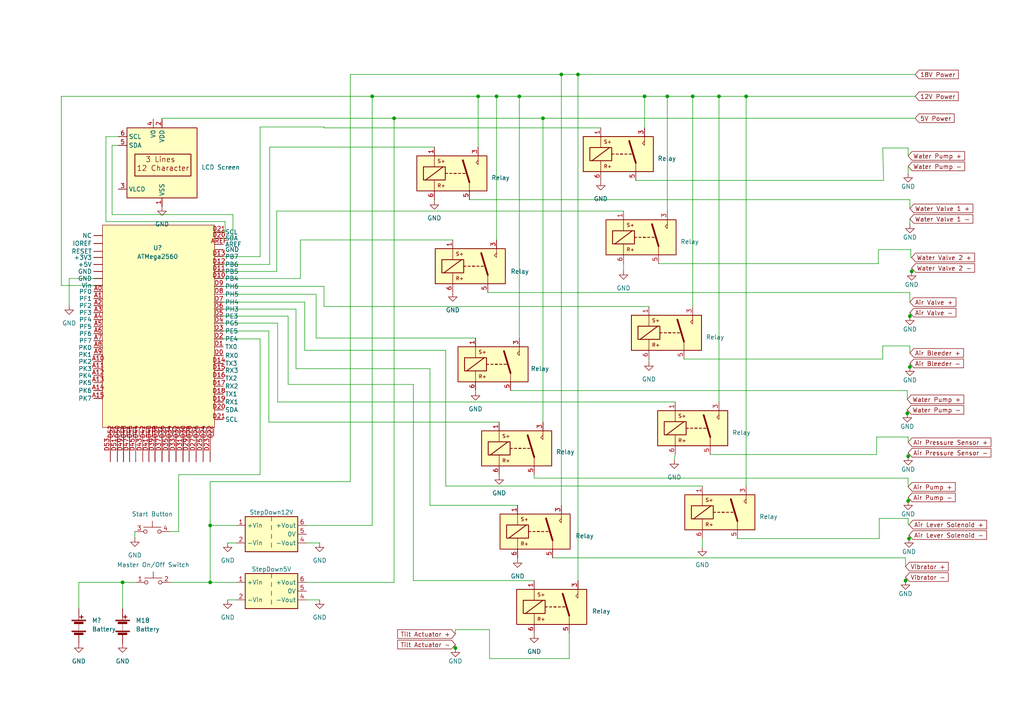
<source format=kicad_sch>
(kicad_sch (version 20211123) (generator eeschema)
  (paper "A4")
  (lib_symbols
    (symbol "Converter_DCDC:IH2409SH"
      (property "Reference" "PS" (at -7.62 6.35 0))
      (property "Value" "IH2409SH" (at 1.27 6.35 0))
      (symbol "IH2409SH_0_0"
        (pin power_in line (at -10.16 2.54 0) (length 2.54) (name "+Vin") (number "1"))
        (pin power_in line (at -10.16 -2.54 0) (length 2.54) (name "-Vin") (number "2"))
        (pin power_out line (at 10.16 -2.54 180) (length 2.54) (name "-Vout") (number "4"))
        (pin power_out line (at 10.16 0 180) (length 2.54) (name "0V") (number "5"))
        (pin power_out line (at 10.16 2.54 180) (length 2.54) (name "+Vout") (number "6"))
      )
      (symbol "IH2409SH_0_1"
        (rectangle (start -7.62 5.08) (end 7.62 -5.08) (stroke (width 0.254)) (fill (type background)))
        (polyline (pts (xy 0 -2.54) (xy 0 -3.81)))
        (polyline (pts (xy 0 0) (xy 0 -1.27)))
        (polyline (pts (xy 0 2.54) (xy 0 1.27)))
        (polyline (pts (xy 0 5.08) (xy 0 3.81)))
      )
    )
    (symbol "Device:Battery" (pin_numbers hide) (pin_names (offset 0) hide)
      (property "Reference" "BT" (at 2.54 2.54 0))
      (property "Value" "Battery" (at 2.54 0 0))
      (symbol "Battery_0_1"
        (rectangle (start -2.032 -1.397) (end 2.032 -1.651) (fill (type outline)))
        (rectangle (start -2.032 1.778) (end 2.032 1.524) (fill (type outline)))
        (rectangle (start -1.3208 -1.9812) (end 1.27 -2.4892) (fill (type outline)))
        (rectangle (start -1.3208 1.1938) (end 1.27 0.6858) (fill (type outline)))
        (polyline (pts (xy 0 -1.524) (xy 0 -1.27)))
        (polyline (pts (xy 0 -1.016) (xy 0 -0.762)))
        (polyline (pts (xy 0 -0.508) (xy 0 -0.254)))
        (polyline (pts (xy 0 0) (xy 0 0.254)))
        (polyline (pts (xy 0 0.508) (xy 0 0.762)))
        (polyline (pts (xy 0 1.778) (xy 0 2.54)))
        (polyline (pts (xy 0.254 2.667) (xy 1.27 2.667)) (stroke (width 0.254)))
        (polyline (pts (xy 0.762 3.175) (xy 0.762 2.159)) (stroke (width 0.254)))
      )
      (symbol "Battery_1_1"
        (pin passive line (at 0 5.08 270) (length 2.54) (name "+") (number "1"))
        (pin passive line (at 0 -5.08 90) (length 2.54) (name "-") (number "2"))
      )
    )
    (symbol "Display_Character:EA_T123X-I2C"
      (property "Reference" "U" (at -8.89 11.43 0))
      (property "Value" "EA_T123X-I2C" (at 3.556 11.684 0))
      (symbol "EA_T123X-I2C_0_0"
        (rectangle (start -7.874 2.54) (end 8.382 -3.81) (stroke (width 0.254)))
        (text "12 Character" (at -7.366 -1.524 0) (effects (font (size 1.524 1.524)) (justify left)))
        (text "3 Lines" (at -4.826 1.016 0) (effects (font (size 1.524 1.524)) (justify left)))
      )
      (symbol "EA_T123X-I2C_0_1"
        (rectangle (start -10.16 10.16) (end 10.16 -10.16) (stroke (width 0.254)) (fill (type background)))
      )
      (symbol "EA_T123X-I2C_1_1"
        (pin power_in line (at 0 -12.7 90) (length 2.54) (name "VSS") (number "1"))
        (pin power_in line (at 0 12.7 270) (length 2.54) (name "VDD") (number "2"))
        (pin input line (at -12.7 -7.62 0) (length 2.54) (name "VLCD") (number "3"))
        (pin power_in line (at -2.54 12.7 270) (length 2.54) (name "V0") (number "4"))
        (pin bidirectional line (at -12.7 5.08 0) (length 2.54) (name "SDA") (number "5"))
        (pin input line (at -12.7 7.62 0) (length 2.54) (name "SCL") (number "6"))
      )
    )
    (symbol "ECEN4024SAM:ATMega2560"
      (property "Reference" "U" (at 1.27 -26.67 0))
      (property "Value" "ATMega2560" (at -4.572 6.096 0))
      (symbol "ATMega2560_0_0"
        (text "" (at 9.652 -30.734 0) (effects (font (size 1.27 1.27))))
      )
      (symbol "ATMega2560_0_1"
        (rectangle (start -23.622 4.064) (end 8.89 -54.61) (fill (type background)))
      )
      (symbol "ATMega2560_1_1"
        (pin bidirectional line (at -23.622 -5.334 180) (length 2.54) (name "+3V3") (number ""))
        (pin bidirectional line (at -23.622 -7.366 180) (length 2.54) (name "+5V") (number ""))
        (pin bidirectional line (at -23.622 -11.43 180) (length 2.54) (name "GND") (number ""))
        (pin bidirectional line (at -23.622 -9.398 180) (length 2.54) (name "GND") (number ""))
        (pin bidirectional line (at 8.89 -3.048 0) (length 2.54) (name "GND") (number ""))
        (pin bidirectional line (at -23.622 -1.27 180) (length 2.54) (name "IOREF") (number ""))
        (pin bidirectional line (at -23.622 1.016 180) (length 2.54) (name "NC") (number ""))
        (pin bidirectional line (at -23.622 -3.556 180) (length 2.54) (name "RESET") (number ""))
        (pin bidirectional line (at -23.622 -13.462 180) (length 2.54) (name "Vin") (number ""))
        (pin bidirectional line (at -23.622 -15.24 180) (length 2.54) (name "PF0") (number "A0"))
        (pin bidirectional line (at -23.622 -17.272 180) (length 2.54) (name "PF1") (number "A1"))
        (pin bidirectional line (at -23.622 -35.56 180) (length 2.54) (name "PK2") (number "A10"))
        (pin bidirectional line (at -23.622 -37.592 180) (length 2.54) (name "PK3") (number "A11"))
        (pin bidirectional line (at -23.622 -39.624 180) (length 2.54) (name "PK4") (number "A12"))
        (pin bidirectional line (at -23.622 -41.656 180) (length 2.54) (name "PK5") (number "A13"))
        (pin bidirectional line (at -23.622 -43.942 180) (length 2.54) (name "PK6") (number "A14"))
        (pin bidirectional line (at -23.622 -46.228 180) (length 2.54) (name "PK7") (number "A15"))
        (pin bidirectional line (at -23.622 -19.304 180) (length 2.54) (name "PF2") (number "A2"))
        (pin bidirectional line (at -23.622 -21.336 180) (length 2.54) (name "PF3") (number "A3"))
        (pin bidirectional line (at -23.622 -23.368 180) (length 2.54) (name "PF4") (number "A4"))
        (pin bidirectional line (at -23.622 -25.4 180) (length 2.54) (name "PF5") (number "A5"))
        (pin bidirectional line (at -23.622 -27.432 180) (length 2.54) (name "PF6") (number "A6"))
        (pin bidirectional line (at -23.622 -29.464 180) (length 2.54) (name "PF7") (number "A7"))
        (pin bidirectional line (at -23.622 -31.496 180) (length 2.54) (name "PK0") (number "A8"))
        (pin bidirectional line (at -23.622 -33.528 180) (length 2.54) (name "PK1") (number "A9"))
        (pin bidirectional line (at 8.89 -1.524 0) (length 2.54) (name "AREF") (number "AREF"))
        (pin bidirectional line (at 8.89 -33.782 0) (length 2.54) (name "RX0") (number "D0"))
        (pin bidirectional line (at 8.89 -31.242 0) (length 2.54) (name "TX0") (number "D1"))
        (pin bidirectional line (at 8.89 -11.43 0) (length 2.54) (name "PB4") (number "D10"))
        (pin bidirectional line (at 8.89 -9.398 0) (length 2.54) (name "PB5") (number "D11"))
        (pin bidirectional line (at 8.89 -7.366 0) (length 2.54) (name "PB6") (number "D12"))
        (pin bidirectional line (at 8.89 -5.08 0) (length 2.54) (name "PB7") (number "D13"))
        (pin bidirectional line (at 8.89 -36.068 0) (length 2.54) (name "TX3") (number "D14"))
        (pin bidirectional line (at 8.89 -38.1 0) (length 2.54) (name "RX3") (number "D15"))
        (pin bidirectional line (at 8.89 -40.386 0) (length 2.54) (name "TX2") (number "D16"))
        (pin bidirectional line (at 8.89 -42.672 0) (length 2.54) (name "RX2") (number "D17"))
        (pin bidirectional line (at 8.89 -44.958 0) (length 2.54) (name "TX1") (number "D18"))
        (pin bidirectional line (at 8.89 -47.244 0) (length 2.54) (name "RX1") (number "D19"))
        (pin bidirectional line (at 8.89 -28.956 0) (length 2.54) (name "PE4") (number "D2"))
        (pin bidirectional line (at 8.89 -49.53 0) (length 2.54) (name "SDA") (number "D20"))
        (pin bidirectional line (at 8.89 0.254 0) (length 2.54) (name "SDA") (number "D20"))
        (pin bidirectional line (at 8.89 -52.324 0) (length 2.54) (name "SCL") (number "D21"))
        (pin bidirectional line (at 8.89 2.032 0) (length 2.54) (name "SCL") (number "D21"))
        (pin bidirectional line (at 8.636 -54.61 270) (length 2.54) (name "") (number "D22"))
        (pin bidirectional line (at 7.62 -54.61 270) (length 10) (name "") (number "D23"))
        (pin bidirectional line (at 6.604 -54.61 270) (length 2.54) (name "") (number "D24"))
        (pin bidirectional line (at 5.588 -54.61 270) (length 10) (name "") (number "D25"))
        (pin bidirectional line (at 4.572 -54.61 270) (length 2.54) (name "") (number "D26"))
        (pin bidirectional line (at 3.556 -54.61 270) (length 10) (name "") (number "D27"))
        (pin bidirectional line (at 2.54 -54.61 270) (length 2.54) (name "") (number "D28"))
        (pin bidirectional line (at 1.524 -54.61 270) (length 10) (name "") (number "D29"))
        (pin bidirectional line (at 8.89 -26.67 0) (length 2.54) (name "PE5") (number "D3"))
        (pin bidirectional line (at 0.762 -54.61 270) (length 2.54) (name "") (number "D30"))
        (pin bidirectional line (at -0.254 -54.61 270) (length 10) (name "") (number "D31"))
        (pin bidirectional line (at -1.27 -54.61 270) (length 2.54) (name "") (number "D32"))
        (pin bidirectional line (at -2.286 -54.61 270) (length 10) (name "") (number "D33"))
        (pin bidirectional line (at -3.302 -54.61 270) (length 2.54) (name "") (number "D34"))
        (pin bidirectional line (at -4.318 -54.61 270) (length 10) (name "") (number "D35"))
        (pin bidirectional line (at -5.334 -54.61 270) (length 2.54) (name "") (number "D36"))
        (pin bidirectional line (at -6.35 -54.61 270) (length 10) (name "") (number "D37"))
        (pin bidirectional line (at -7.366 -54.61 270) (length 2.54) (name "") (number "D38"))
        (pin bidirectional line (at -8.382 -54.61 270) (length 10) (name "") (number "D39"))
        (pin bidirectional line (at 8.89 -24.384 0) (length 2.54) (name "PG5") (number "D4"))
        (pin bidirectional line (at -9.144 -54.61 270) (length 2.54) (name "") (number "D40"))
        (pin bidirectional line (at -10.16 -54.61 270) (length 10) (name "") (number "D41"))
        (pin bidirectional line (at -10.922 -54.61 270) (length 2.54) (name "") (number "D42"))
        (pin bidirectional line (at -11.938 -54.61 270) (length 10) (name "") (number "D43"))
        (pin bidirectional line (at -12.954 -54.61 270) (length 2.54) (name "") (number "D44"))
        (pin bidirectional line (at -13.97 -54.61 270) (length 10) (name "") (number "D45"))
        (pin bidirectional line (at -14.732 -54.61 270) (length 2.54) (name "") (number "D46"))
        (pin bidirectional line (at -15.748 -54.61 270) (length 10) (name "") (number "D47"))
        (pin bidirectional line (at -16.51 -54.61 270) (length 2.54) (name "") (number "D48"))
        (pin bidirectional line (at -17.526 -54.61 270) (length 10) (name "") (number "D49"))
        (pin bidirectional line (at 8.89 -22.352 0) (length 2.54) (name "PE3") (number "D5"))
        (pin bidirectional line (at -18.288 -54.61 270) (length 2.54) (name "") (number "D50"))
        (pin bidirectional line (at -19.304 -54.61 270) (length 10) (name "") (number "D51"))
        (pin bidirectional line (at -20.32 -54.61 270) (length 2.54) (name "") (number "D52"))
        (pin bidirectional line (at -21.336 -54.61 270) (length 10) (name "") (number "D53"))
        (pin bidirectional line (at 8.89 -20.32 0) (length 2.54) (name "PH3") (number "D6"))
        (pin bidirectional line (at 8.89 -18.288 0) (length 2.54) (name "PH4") (number "D7"))
        (pin bidirectional line (at 8.89 -16.002 0) (length 2.54) (name "PH5") (number "D8"))
        (pin bidirectional line (at 8.89 -13.716 0) (length 2.54) (name "PH6") (number "D9"))
      )
    )
    (symbol "Relay:ADW11"
      (property "Reference" "K" (at 11.43 3.81 0))
      (property "Value" "ADW11" (at 13.97 1.27 0))
      (symbol "ADW11_1_1"
        (rectangle (start -10.16 5.08) (end 10.16 -5.08) (stroke (width 0.254)) (fill (type background)))
        (rectangle (start -8.255 1.905) (end -1.905 -1.905) (stroke (width 0.254)))
        (polyline (pts (xy -7.62 -1.905) (xy -2.54 1.905)) (stroke (width 0.254)))
        (polyline (pts (xy -5.08 -5.08) (xy -5.08 -1.905)))
        (polyline (pts (xy -5.08 5.08) (xy -5.08 1.905)))
        (polyline (pts (xy -1.905 0) (xy -1.27 0)) (stroke (width 0.254)))
        (polyline (pts (xy -0.635 0) (xy 0 0)) (stroke (width 0.254)))
        (polyline (pts (xy 0.635 0) (xy 1.27 0)) (stroke (width 0.254)))
        (polyline (pts (xy 0.635 0) (xy 1.27 0)) (stroke (width 0.254)))
        (polyline (pts (xy 1.905 0) (xy 2.54 0)) (stroke (width 0.254)))
        (polyline (pts (xy 3.175 0) (xy 3.81 0)) (stroke (width 0.254)))
        (polyline (pts (xy 5.08 -2.54) (xy 3.175 3.81)) (stroke (width 0.508)))
        (polyline (pts (xy 5.08 -2.54) (xy 5.08 -5.08)))
        (polyline (pts (xy 7.62 3.81) (xy 7.62 5.08)))
        (polyline (pts (xy 7.62 3.81) (xy 7.62 2.54) (xy 6.985 3.175) (xy 7.62 3.81)))
        (text "R+" (at -3.048 -3.556 0) (effects (font (size 1.016 1.016))))
        (text "S+" (at -3.048 3.556 0) (effects (font (size 1.016 1.016))))
        (pin passive line (at -5.08 7.62 270) (length 2.54) (name "~") (number "1"))
        (pin passive line (at 7.62 7.62 270) (length 2.54) (name "~") (number "3"))
        (pin passive line (at 5.08 -7.62 90) (length 2.54) (name "~") (number "5"))
        (pin passive line (at -5.08 -7.62 90) (length 2.54) (name "~") (number "6"))
      )
    )
    (symbol "Switch:SW_Push_Dual_x2" (pin_names (offset 1.016) hide)
      (property "Reference" "SW" (at 1.27 2.54 0))
      (property "Value" "SW_Push_Dual_x2" (at 0 -1.524 0))
      (symbol "SW_Push_Dual_x2_0_1"
        (circle (center -2.032 0) (radius 0.508))
        (polyline (pts (xy 0 1.27) (xy 0 3.048)))
        (polyline (pts (xy 2.54 1.27) (xy -2.54 1.27)))
        (circle (center 2.032 0) (radius 0.508))
      )
      (symbol "SW_Push_Dual_x2_1_1"
        (pin passive line (at -5.08 0 0) (length 2.54) (name "C") (number "1"))
        (pin passive line (at 5.08 0 180) (length 2.54) (name "D") (number "2"))
      )
      (symbol "SW_Push_Dual_x2_2_1"
        (pin passive line (at -5.08 0 0) (length 2.54) (name "C") (number "3"))
        (pin passive line (at 5.08 0 180) (length 2.54) (name "D") (number "4"))
      )
    )
    (symbol "power:GND" (power) (pin_names (offset 0))
      (property "Value" "GND" (at 0 -3.81 0))
      (symbol "GND_0_1"
        (polyline (pts (xy 0 0) (xy 0 -1.27) (xy 1.27 -1.27) (xy 0 -2.54) (xy -1.27 -1.27) (xy 0 -1.27)))
      )
      (symbol "GND_1_1"
        (pin power_in line (at 0 0 270) (length 0) hide (name "GND") (number "1"))
      )
    )
  )
  (junction (at 114.3 34.29))
  (junction (at 107.95 27.94))
  (junction (at 208.534 27.94))
  (junction (at 60.96 168.91))
  (junction (at 150.622 27.94))
  (junction (at 262.636 168.402))
  (junction (at 193.548 27.94))
  (junction (at 35.56 168.91))
  (junction (at 186.944 27.94))
  (junction (at 216.408 27.94))
  (junction (at 200.914 27.94))
  (junction (at 263.906 106.426))
  (junction (at 263.906 91.694))
  (junction (at 263.652 156.21))
  (junction (at 264.414 78.74))
  (junction (at 167.64 21.59))
  (junction (at 60.96 152.4))
  (junction (at 263.144 119.888))
  (junction (at 138.684 27.94))
  (junction (at 162.814 21.59))
  (junction (at 132.08 187.96))
  (junction (at 263.398 145.288))
  (junction (at 157.48 34.29))
  (junction (at 263.398 132.334))
  (junction (at 144.018 27.94))
  (wire (pts (xy 34.29 39.624) (xy 30.734 39.624)))
  (wire (pts (xy 77.978 96.012) (xy 62.23 96.012)))
  (wire (pts (xy 200.914 27.94) (xy 208.534 27.94)))
  (wire (pts (xy 107.95 27.94) (xy 138.684 27.94)))
  (wire (pts (xy 88.392 87.63) (xy 62.23 87.63)))
  (wire (pts (xy 263.398 152.146) (xy 263.652 152.146)))
  (wire (pts (xy 78.232 42.672) (xy 78.232 76.708)))
  (wire (pts (xy 256.032 42.926) (xy 263.398 42.926)))
  (wire (pts (xy 60.96 152.4) (xy 60.96 168.91)))
  (wire (pts (xy 144.018 27.94) (xy 150.622 27.94)))
  (wire (pts (xy 144.018 27.94) (xy 144.018 69.596)))
  (wire (pts (xy 263.398 138.684) (xy 263.398 141.224)))
  (wire (pts (xy 160.274 161.798) (xy 262.636 161.798)))
  (wire (pts (xy 91.694 85.344) (xy 62.23 85.344)))
  (wire (pts (xy 51.816 154.178) (xy 49.276 154.178)))
  (wire (pts (xy 254.254 126.746) (xy 263.398 126.746)))
  (wire (pts (xy 188.214 104.14) (xy 188.214 104.902)))
  (wire (pts (xy 93.98 36.83) (xy 93.98 37.084)))
  (wire (pts (xy 262.636 161.798) (xy 262.636 164.338)))
  (wire (pts (xy 67.564 62.23) (xy 32.512 62.23)))
  (wire (pts (xy 256.286 52.324) (xy 256.032 42.926)))
  (wire (pts (xy 263.906 106.426) (xy 263.906 106.68)))
  (wire (pts (xy 101.6 139.7) (xy 101.6 21.59)))
  (wire (pts (xy 62.23 89.662) (xy 85.852 89.662)))
  (wire (pts (xy 35.56 168.91) (xy 39.37 168.91)))
  (wire (pts (xy 157.48 34.29) (xy 157.48 122.428)))
  (wire (pts (xy 154.94 138.684) (xy 263.398 138.684)))
  (wire (pts (xy 132.08 182.626) (xy 132.08 183.896)))
  (wire (pts (xy 83.566 111.506) (xy 83.566 91.694)))
  (wire (pts (xy 188.214 88.9) (xy 93.98 88.9)))
  (wire (pts (xy 78.232 42.672) (xy 125.984 42.672)))
  (wire (pts (xy 17.78 27.94) (xy 17.78 82.804)))
  (wire (pts (xy 256.032 104.14) (xy 256.032 100.33)))
  (wire (pts (xy 150.622 27.94) (xy 186.944 27.94)))
  (wire (pts (xy 136.144 57.912) (xy 263.906 57.912)))
  (wire (pts (xy 30.734 39.624) (xy 30.734 64.262)))
  (wire (pts (xy 198.374 104.14) (xy 256.032 104.14)))
  (wire (pts (xy 62.23 93.726) (xy 80.518 93.726)))
  (wire (pts (xy 114.3 34.29) (xy 157.48 34.29)))
  (wire (pts (xy 254.762 76.454) (xy 254.762 72.39)))
  (wire (pts (xy 174.244 37.084) (xy 93.98 37.084)))
  (wire (pts (xy 150.622 98.044) (xy 150.622 27.94)))
  (wire (pts (xy 263.906 90.678) (xy 263.906 91.694)))
  (wire (pts (xy 263.398 48.26) (xy 263.398 50.292)))
  (wire (pts (xy 29.718 82.804) (xy 17.78 82.804)))
  (wire (pts (xy 75.438 36.83) (xy 93.98 36.83)))
  (wire (pts (xy 154.94 138.684) (xy 154.94 137.668)))
  (wire (pts (xy 263.398 42.926) (xy 263.398 45.212)))
  (wire (pts (xy 165.1 191.008) (xy 141.986 191.008)))
  (wire (pts (xy 88.9 173.99) (xy 92.71 173.99)))
  (wire (pts (xy 213.868 156.21) (xy 255.016 156.21)))
  (wire (pts (xy 138.684 27.94) (xy 144.018 27.94)))
  (wire (pts (xy 165.1 183.642) (xy 165.1 191.008)))
  (wire (pts (xy 119.888 168.402) (xy 119.888 111.506)))
  (wire (pts (xy 78.232 76.708) (xy 62.23 76.708)))
  (wire (pts (xy 83.566 91.694) (xy 62.23 91.694)))
  (wire (pts (xy 263.906 100.33) (xy 263.906 102.362)))
  (wire (pts (xy 132.08 186.944) (xy 132.08 187.96)))
  (wire (pts (xy 132.08 187.96) (xy 132.08 188.214)))
  (wire (pts (xy 22.86 168.91) (xy 35.56 168.91)))
  (wire (pts (xy 138.684 27.94) (xy 138.684 42.672)))
  (wire (pts (xy 263.144 113.284) (xy 263.144 115.824)))
  (wire (pts (xy 205.994 131.826) (xy 254.254 131.826)))
  (wire (pts (xy 66.04 173.99) (xy 68.58 173.99)))
  (wire (pts (xy 154.94 183.642) (xy 154.94 183.896)))
  (wire (pts (xy 180.848 76.454) (xy 180.848 78.486)))
  (wire (pts (xy 263.906 63.5) (xy 263.906 65.024)))
  (wire (pts (xy 263.398 145.288) (xy 263.398 145.542)))
  (wire (pts (xy 62.23 83.058) (xy 93.98 83.058)))
  (wire (pts (xy 263.398 131.318) (xy 263.398 132.334)))
  (wire (pts (xy 193.548 27.94) (xy 193.548 61.214)))
  (wire (pts (xy 154.94 168.402) (xy 119.888 168.402)))
  (wire (pts (xy 186.944 27.94) (xy 186.944 37.084)))
  (wire (pts (xy 255.016 150.368) (xy 263.398 150.368)))
  (wire (pts (xy 255.016 156.21) (xy 255.016 150.368)))
  (wire (pts (xy 80.518 93.726) (xy 80.518 116.586)))
  (wire (pts (xy 254.254 131.826) (xy 254.254 126.746)))
  (wire (pts (xy 263.398 126.746) (xy 263.398 128.27)))
  (wire (pts (xy 141.986 182.626) (xy 132.08 182.626)))
  (wire (pts (xy 254.762 72.39) (xy 264.16 72.39)))
  (wire (pts (xy 125.984 57.912) (xy 125.984 58.166)))
  (wire (pts (xy 216.408 27.94) (xy 265.43 27.94)))
  (wire (pts (xy 87.122 80.772) (xy 87.122 69.596)))
  (wire (pts (xy 150.114 161.798) (xy 150.114 162.052)))
  (wire (pts (xy 184.404 52.324) (xy 256.286 52.324)))
  (wire (pts (xy 88.9 168.91) (xy 114.3 168.91)))
  (wire (pts (xy 101.6 21.59) (xy 162.814 21.59)))
  (wire (pts (xy 256.032 100.33) (xy 263.906 100.33)))
  (wire (pts (xy 87.122 69.596) (xy 131.318 69.596)))
  (wire (pts (xy 263.652 155.194) (xy 263.652 156.21)))
  (wire (pts (xy 88.9 157.48) (xy 92.71 157.48)))
  (wire (pts (xy 264.414 78.74) (xy 264.414 78.994)))
  (wire (pts (xy 62.23 80.772) (xy 87.122 80.772)))
  (wire (pts (xy 114.3 34.29) (xy 46.99 34.29)))
  (wire (pts (xy 91.694 98.044) (xy 91.694 85.344)))
  (wire (pts (xy 167.64 21.59) (xy 167.64 168.402)))
  (wire (pts (xy 62.23 67.31) (xy 65.278 67.31)))
  (wire (pts (xy 62.23 98.298) (xy 75.438 98.298)))
  (wire (pts (xy 263.906 91.694) (xy 263.906 91.948)))
  (wire (pts (xy 129.286 140.97) (xy 129.286 101.6)))
  (wire (pts (xy 68.58 152.4) (xy 60.96 152.4)))
  (wire (pts (xy 39.116 154.178) (xy 39.116 155.956)))
  (wire (pts (xy 107.95 27.94) (xy 17.78 27.94)))
  (wire (pts (xy 83.566 111.506) (xy 119.888 111.506)))
  (wire (pts (xy 60.96 139.7) (xy 101.6 139.7)))
  (wire (pts (xy 191.008 76.454) (xy 254.762 76.454)))
  (wire (pts (xy 193.548 27.94) (xy 200.914 27.94)))
  (wire (pts (xy 77.978 122.428) (xy 144.78 122.428)))
  (wire (pts (xy 77.978 122.428) (xy 77.978 96.012)))
  (wire (pts (xy 208.534 27.94) (xy 208.534 116.586)))
  (wire (pts (xy 85.852 106.934) (xy 124.714 106.934)))
  (wire (pts (xy 80.264 61.214) (xy 180.848 61.214)))
  (wire (pts (xy 32.512 62.23) (xy 32.512 42.164)))
  (wire (pts (xy 200.914 88.9) (xy 200.914 27.94)))
  (wire (pts (xy 62.23 69.088) (xy 67.564 69.088)))
  (wire (pts (xy 91.694 98.044) (xy 137.922 98.044)))
  (wire (pts (xy 263.906 105.41) (xy 263.906 106.426)))
  (wire (pts (xy 263.906 57.912) (xy 263.906 60.452)))
  (wire (pts (xy 51.816 137.668) (xy 51.816 154.178)))
  (wire (pts (xy 264.16 72.39) (xy 264.16 74.676)))
  (wire (pts (xy 208.534 27.94) (xy 216.408 27.94)))
  (wire (pts (xy 186.944 27.94) (xy 193.548 27.94)))
  (wire (pts (xy 141.478 84.836) (xy 263.906 84.836)))
  (wire (pts (xy 35.56 176.53) (xy 35.56 168.91)))
  (wire (pts (xy 262.636 168.402) (xy 262.636 168.656)))
  (wire (pts (xy 203.708 156.21) (xy 203.708 158.75)))
  (wire (pts (xy 263.398 144.272) (xy 263.398 145.288)))
  (wire (pts (xy 22.86 176.53) (xy 22.86 168.91)))
  (wire (pts (xy 46.99 34.29) (xy 46.99 34.544)))
  (wire (pts (xy 162.814 21.59) (xy 162.814 146.558)))
  (wire (pts (xy 263.652 156.21) (xy 263.652 156.464)))
  (wire (pts (xy 88.9 152.4) (xy 107.95 152.4)))
  (wire (pts (xy 174.244 52.324) (xy 174.244 52.578)))
  (wire (pts (xy 32.512 42.164) (xy 34.29 42.164)))
  (wire (pts (xy 162.814 21.59) (xy 167.64 21.59)))
  (wire (pts (xy 75.438 74.422) (xy 75.438 36.83)))
  (wire (pts (xy 68.58 157.48) (xy 66.04 157.48)))
  (wire (pts (xy 148.082 113.284) (xy 263.144 113.284)))
  (wire (pts (xy 75.438 98.298) (xy 75.438 137.668)))
  (wire (pts (xy 141.986 191.008) (xy 141.986 182.626)))
  (wire (pts (xy 216.408 27.94) (xy 216.408 140.97)))
  (wire (pts (xy 20.066 80.772) (xy 20.066 88.646)))
  (wire (pts (xy 29.718 80.772) (xy 20.066 80.772)))
  (wire (pts (xy 262.636 167.386) (xy 262.636 168.402)))
  (wire (pts (xy 49.53 168.91) (xy 60.96 168.91)))
  (wire (pts (xy 65.278 64.262) (xy 65.278 67.31)))
  (wire (pts (xy 62.23 78.74) (xy 80.264 78.74)))
  (wire (pts (xy 75.438 137.668) (xy 51.816 137.668)))
  (wire (pts (xy 60.96 152.4) (xy 60.96 139.7)))
  (wire (pts (xy 263.398 132.334) (xy 263.398 132.588)))
  (wire (pts (xy 62.23 74.422) (xy 75.438 74.422)))
  (wire (pts (xy 114.3 168.91) (xy 114.3 34.29)))
  (wire (pts (xy 107.95 152.4) (xy 107.95 27.94)))
  (wire (pts (xy 263.144 119.888) (xy 263.144 120.142)))
  (wire (pts (xy 263.144 118.872) (xy 263.144 119.888)))
  (wire (pts (xy 263.398 150.368) (xy 263.398 152.146)))
  (wire (pts (xy 30.734 64.262) (xy 65.278 64.262)))
  (wire (pts (xy 67.564 69.088) (xy 67.564 62.23)))
  (wire (pts (xy 124.714 146.558) (xy 124.714 106.934)))
  (wire (pts (xy 195.834 131.826) (xy 195.58 133.35)))
  (wire (pts (xy 60.96 168.91) (xy 68.58 168.91)))
  (wire (pts (xy 144.78 137.668) (xy 144.78 137.922)))
  (wire (pts (xy 263.906 84.836) (xy 263.906 87.63)))
  (wire (pts (xy 88.392 101.6) (xy 88.392 87.63)))
  (wire (pts (xy 203.708 140.97) (xy 129.286 140.97)))
  (wire (pts (xy 88.392 101.6) (xy 129.286 101.6)))
  (wire (pts (xy 150.114 146.558) (xy 124.714 146.558)))
  (wire (pts (xy 157.48 34.29) (xy 265.43 34.29)))
  (wire (pts (xy 80.518 116.586) (xy 195.834 116.586)))
  (wire (pts (xy 93.98 83.058) (xy 93.98 88.9)))
  (wire (pts (xy 85.852 106.934) (xy 85.852 89.662)))
  (wire (pts (xy 80.264 78.74) (xy 80.264 61.214)))
  (wire (pts (xy 264.414 77.724) (xy 264.414 78.74)))
  (wire (pts (xy 264.16 74.676) (xy 264.414 74.676)))
  (wire (pts (xy 167.64 21.59) (xy 265.43 21.59)))
  (global_label "Vibrator -" (shape input) (at 262.636 167.386 0) (property "Intersheet References" "${INTERSHEET_REFS}" (effects hide)))
  (global_label "Water Valve 2 -" (shape input) (at 264.414 77.724 0) (property "Intersheet References" "${INTERSHEET_REFS}" (effects hide)))
  (global_label "Water Pump +" (shape input) (at 263.398 45.212 0) (property "Intersheet References" "${INTERSHEET_REFS}" (effects hide)))
  (global_label "Tilt Actuator -" (shape input) (at 132.08 186.944 180) (property "Intersheet References" "${INTERSHEET_REFS}" (effects hide)))
  (global_label "5V Power" (shape input) (at 265.43 34.29 0) (property "Intersheet References" "${INTERSHEET_REFS}" (effects hide)))
  (global_label "Air Bleeder +" (shape input) (at 263.906 102.362 0) (property "Intersheet References" "${INTERSHEET_REFS}" (effects hide)))
  (global_label "Water Pump +" (shape input) (at 263.144 115.824 0) (property "Intersheet References" "${INTERSHEET_REFS}" (effects hide)))
  (global_label "Water Valve 1 -" (shape input) (at 263.906 63.5 0) (property "Intersheet References" "${INTERSHEET_REFS}" (effects hide)))
  (global_label "Water Pump -" (shape input) (at 263.144 118.872 0) (property "Intersheet References" "${INTERSHEET_REFS}" (effects hide)))
  (global_label "Tilt Actuator +" (shape input) (at 132.08 183.896 180) (property "Intersheet References" "${INTERSHEET_REFS}" (effects hide)))
  (global_label "Water Pump -" (shape input) (at 263.398 48.26 0) (property "Intersheet References" "${INTERSHEET_REFS}" (effects hide)))
  (global_label "Air Valve +" (shape input) (at 263.906 87.63 0) (property "Intersheet References" "${INTERSHEET_REFS}" (effects hide)))
  (global_label "Air Pressure Sensor +" (shape input) (at 263.398 128.27 0) (property "Intersheet References" "${INTERSHEET_REFS}" (effects hide)))
  (global_label "Air Lever Solenoid +" (shape input) (at 263.652 152.146 0) (property "Intersheet References" "${INTERSHEET_REFS}" (effects hide)))
  (global_label "Air Bleeder -" (shape input) (at 263.906 105.41 0) (property "Intersheet References" "${INTERSHEET_REFS}" (effects hide)))
  (global_label "Water Valve 1 +" (shape input) (at 263.906 60.452 0) (property "Intersheet References" "${INTERSHEET_REFS}" (effects hide)))
  (global_label "12V Power" (shape input) (at 265.43 27.94 0) (property "Intersheet References" "${INTERSHEET_REFS}" (effects hide)))
  (global_label "Air Pump -" (shape input) (at 263.398 144.272 0) (property "Intersheet References" "${INTERSHEET_REFS}" (effects hide)))
  (global_label "Water Valve 2 +" (shape input) (at 264.414 74.676 0) (property "Intersheet References" "${INTERSHEET_REFS}" (effects hide)))
  (global_label "Air Pump +" (shape input) (at 263.398 141.224 0) (property "Intersheet References" "${INTERSHEET_REFS}" (effects hide)))
  (global_label "Air Pressure Sensor -" (shape input) (at 263.398 131.318 0) (property "Intersheet References" "${INTERSHEET_REFS}" (effects hide)))
  (global_label "Vibrator +" (shape input) (at 262.636 164.338 0) (property "Intersheet References" "${INTERSHEET_REFS}" (effects hide)))
  (global_label "Air Lever Solenoid -" (shape input) (at 263.652 155.194 0) (property "Intersheet References" "${INTERSHEET_REFS}" (effects hide)))
  (global_label "Air Valve -" (shape input) (at 263.906 90.678 0) (property "Intersheet References" "${INTERSHEET_REFS}" (effects hide)))
  (global_label "18V Power" (shape input) (at 265.43 21.59 0) (property "Intersheet References" "${INTERSHEET_REFS}" (effects hide)))
  (symbol (lib_id "Device:Battery") (at 22.86 181.61 0) (unit 1)
    (property "Reference" "M?" (at 26.67 179.9589 0) (effects (justify left)))
    (property "Value" "Battery" (at 26.67 182.4989 0) (effects (justify left)))
  )
  (symbol (lib_id "power:GND") (at 263.398 50.292 0) (unit 1)
    (property "Reference" "#PWR?" (effects hide))
    (property "Value" "GND" (at 263.398 54.102 0))
  )
  (symbol (lib_id "Device:Battery") (at 35.56 181.61 0) (unit 1)
    (property "Reference" "M18" (at 39.37 179.9589 0) (effects (justify left)))
    (property "Value" "Battery" (at 39.37 182.4989 0) (effects (justify left)))
  )
  (symbol (lib_id "power:GND") (at 137.922 113.538 0) (unit 1)
    (property "Reference" "#PWR?" (effects hide))
    (property "Value" "GND" (at 137.922 118.618 0))
  )
  (symbol (lib_id "power:GND") (at 264.414 78.74 0) (unit 1)
    (property "Reference" "#PWR?" (effects hide))
    (property "Value" "GND" (at 264.414 82.55 0))
  )
  (symbol (lib_id "Display_Character:EA_T123X-I2C") (at 46.99 47.244 0) (unit 1)
    (property "Reference" "U?" (effects hide))
    (property "Value" "LCD Screen" (at 58.42 48.5139 0) (effects (justify left)))
    (property "Footprint" "Display:EA_T123X-I2C" (effects hide))
    (property "Datasheet" "http://www.lcd-module.de/pdf/doma/t123-i2c.pdf" (effects hide))
  )
  (symbol (lib_id "Relay:ADW11") (at 179.324 44.704 0) (unit 1)
    (property "Reference" "K?" (effects hide))
    (property "Value" "Relay" (at 190.754 45.9739 0) (effects (justify left)))
    (property "Footprint" "Relay_THT:Relay_1P1T_NO_10x24x18.8mm_Panasonic_ADW11xxxxW_THT" (effects hide))
    (property "Datasheet" "https://www.panasonic-electric-works.com/pew/es/downloads/ds_dw_hl_en.pdf" (effects hide))
  )
  (symbol (lib_id "power:GND") (at 263.652 156.21 0) (unit 1)
    (property "Reference" "#PWR?" (effects hide))
    (property "Value" "GND" (at 263.652 160.02 0))
  )
  (symbol (lib_id "Relay:ADW11") (at 149.86 130.048 0) (unit 1)
    (property "Reference" "K?" (effects hide))
    (property "Value" "Relay" (at 161.29 131.064 0) (effects (justify left)))
    (property "Footprint" "Relay_THT:Relay_1P1T_NO_10x24x18.8mm_Panasonic_ADW11xxxxW_THT" (effects hide))
    (property "Datasheet" "https://www.panasonic-electric-works.com/pew/es/downloads/ds_dw_hl_en.pdf" (effects hide))
  )
  (symbol (lib_id "Relay:ADW11") (at 155.194 154.178 0) (unit 1)
    (property "Reference" "K?" (effects hide))
    (property "Value" "Relay" (at 166.878 155.448 0) (effects (justify left)))
    (property "Footprint" "Relay_THT:Relay_1P1T_NO_10x24x18.8mm_Panasonic_ADW11xxxxW_THT" (effects hide))
    (property "Datasheet" "https://www.panasonic-electric-works.com/pew/es/downloads/ds_dw_hl_en.pdf" (effects hide))
  )
  (symbol (lib_id "Relay:ADW11") (at 200.914 124.206 0) (unit 1)
    (property "Reference" "K?" (effects hide))
    (property "Value" "Relay" (at 212.344 125.4759 0) (effects (justify left)))
    (property "Footprint" "Relay_THT:Relay_1P1T_NO_10x24x18.8mm_Panasonic_ADW11xxxxW_THT" (effects hide))
    (property "Datasheet" "https://www.panasonic-electric-works.com/pew/es/downloads/ds_dw_hl_en.pdf" (effects hide))
  )
  (symbol (lib_id "power:GND") (at 144.78 137.922 0) (unit 1)
    (property "Reference" "#PWR?" (effects hide))
    (property "Value" "GND" (at 144.78 143.002 0))
  )
  (symbol (lib_id "Relay:ADW11") (at 131.064 50.292 0) (unit 1)
    (property "Reference" "K?" (effects hide))
    (property "Value" "Relay" (at 142.494 51.5619 0) (effects (justify left)))
    (property "Footprint" "Relay_THT:Relay_1P1T_NO_10x24x18.8mm_Panasonic_ADW11xxxxW_THT" (effects hide))
    (property "Datasheet" "https://www.panasonic-electric-works.com/pew/es/downloads/ds_dw_hl_en.pdf" (effects hide))
  )
  (symbol (lib_id "power:GND") (at 132.08 187.96 0) (mirror y) (unit 1)
    (property "Reference" "#PWR?" (effects hide))
    (property "Value" "GND" (at 132.08 191.77 0))
  )
  (symbol (lib_id "power:GND") (at 263.398 145.288 0) (unit 1)
    (property "Reference" "#PWR?" (effects hide))
    (property "Value" "GND" (at 263.398 149.098 0))
  )
  (symbol (lib_id "Switch:SW_Push_Dual_x2") (at 44.45 168.91 0) (unit 1)
    (property "Reference" "SW?" (effects hide))
    (property "Value" "Master On/Off Switch" (at 44.45 163.83 0))
  )
  (symbol (lib_id "power:GND") (at 188.214 104.902 0) (unit 1)
    (property "Reference" "#PWR?" (effects hide))
    (property "Value" "GND" (at 188.214 109.982 0))
  )
  (symbol (lib_id "power:GND") (at 92.71 173.99 0) (unit 1)
    (property "Reference" "#PWR?" (effects hide))
    (property "Value" "GND" (at 92.71 179.07 0))
  )
  (symbol (lib_id "Relay:ADW11") (at 185.928 68.834 0) (unit 1)
    (property "Reference" "K?" (effects hide))
    (property "Value" "Relay" (at 197.358 70.1039 0) (effects (justify left)))
    (property "Footprint" "Relay_THT:Relay_1P1T_NO_10x24x18.8mm_Panasonic_ADW11xxxxW_THT" (effects hide))
    (property "Datasheet" "https://www.panasonic-electric-works.com/pew/es/downloads/ds_dw_hl_en.pdf" (effects hide))
  )
  (symbol (lib_id "power:GND") (at 20.066 88.646 0) (unit 1)
    (property "Reference" "#PWR?" (effects hide))
    (property "Value" "GND" (at 20.066 93.726 0))
  )
  (symbol (lib_id "Relay:ADW11") (at 160.02 176.022 0) (unit 1)
    (property "Reference" "K?" (effects hide))
    (property "Value" "Relay" (at 171.704 177.292 0) (effects (justify left)))
    (property "Footprint" "Relay_THT:Relay_1P1T_NO_10x24x18.8mm_Panasonic_ADW11xxxxW_THT" (effects hide))
    (property "Datasheet" "https://www.panasonic-electric-works.com/pew/es/downloads/ds_dw_hl_en.pdf" (effects hide))
  )
  (symbol (lib_id "power:GND") (at 180.848 78.486 0) (unit 1)
    (property "Reference" "#PWR?" (effects hide))
    (property "Value" "GND" (at 180.848 83.566 0))
  )
  (symbol (lib_id "power:GND") (at 92.71 157.48 0) (unit 1)
    (property "Reference" "#PWR?" (effects hide))
    (property "Value" "GND" (at 92.71 162.56 0))
  )
  (symbol (lib_id "power:GND") (at 22.86 186.69 0) (unit 1)
    (property "Reference" "#PWR?" (effects hide))
    (property "Value" "GND" (at 22.86 191.77 0))
  )
  (symbol (lib_id "Converter_DCDC:IH2409SH") (at 78.74 171.45 0) (unit 1)
    (property "Reference" "Ps?" (effects hide))
    (property "Value" "StepDown5V" (at 78.74 165.1 0))
    (property "Footprint" "Converter_DCDC:Converter_DCDC_XP_POWER-IHxxxxSH_THT" (effects hide))
    (property "Datasheet" "https://www.xppower.com/pdfs/SF_IH.pdf" (effects hide))
  )
  (symbol (lib_id "Relay:ADW11") (at 208.788 148.59 0) (unit 1)
    (property "Reference" "K?" (effects hide))
    (property "Value" "Relay" (at 220.218 149.8599 0) (effects (justify left)))
    (property "Footprint" "Relay_THT:Relay_1P1T_NO_10x24x18.8mm_Panasonic_ADW11xxxxW_THT" (effects hide))
    (property "Datasheet" "https://www.panasonic-electric-works.com/pew/es/downloads/ds_dw_hl_en.pdf" (effects hide))
  )
  (symbol (lib_id "power:GND") (at 39.116 155.956 0) (unit 1)
    (property "Reference" "#PWR?" (effects hide))
    (property "Value" "GND" (at 39.116 161.036 0))
  )
  (symbol (lib_id "Converter_DCDC:IH2409SH") (at 78.74 154.94 0) (unit 1)
    (property "Reference" "PS?" (effects hide))
    (property "Value" "StepDown12V" (at 78.74 148.59 0))
    (property "Footprint" "Converter_DCDC:Converter_DCDC_XP_POWER-IHxxxxSH_THT" (effects hide))
    (property "Datasheet" "https://www.xppower.com/pdfs/SF_IH.pdf" (effects hide))
  )
  (symbol (lib_id "power:GND") (at 263.906 65.024 0) (unit 1)
    (property "Reference" "#PWR?" (effects hide))
    (property "Value" "GND" (at 263.906 68.834 0))
  )
  (symbol (lib_id "power:GND") (at 263.144 119.888 0) (unit 1)
    (property "Reference" "#PWR?" (effects hide))
    (property "Value" "GND" (at 263.144 123.698 0))
  )
  (symbol (lib_id "power:GND") (at 263.398 132.334 0) (unit 1)
    (property "Reference" "#PWR?" (effects hide))
    (property "Value" "GND" (at 263.398 136.144 0))
  )
  (symbol (lib_id "power:GND") (at 263.906 91.694 0) (unit 1)
    (property "Reference" "#PWR?" (effects hide))
    (property "Value" "GND" (at 263.906 95.504 0))
  )
  (symbol (lib_id "Relay:ADW11") (at 143.002 105.664 0) (unit 1)
    (property "Reference" "K?" (effects hide))
    (property "Value" "Relay" (at 153.924 106.934 0) (effects (justify left)))
    (property "Footprint" "Relay_THT:Relay_1P1T_NO_10x24x18.8mm_Panasonic_ADW11xxxxW_THT" (effects hide))
    (property "Datasheet" "https://www.panasonic-electric-works.com/pew/es/downloads/ds_dw_hl_en.pdf" (effects hide))
  )
  (symbol (lib_id "power:GND") (at 154.94 183.896 0) (unit 1)
    (property "Reference" "#PWR?" (effects hide))
    (property "Value" "GND" (at 154.94 188.976 0))
  )
  (symbol (lib_id "power:GND") (at 262.636 168.402 0) (unit 1)
    (property "Reference" "#PWR?" (effects hide))
    (property "Value" "GND" (at 262.636 172.212 0))
  )
  (symbol (lib_id "power:GND") (at 35.56 186.69 0) (unit 1)
    (property "Reference" "#PWR?" (effects hide))
    (property "Value" "GND" (at 35.56 191.77 0))
  )
  (symbol (lib_id "power:GND") (at 263.906 106.426 0) (unit 1)
    (property "Reference" "#PWR?" (effects hide))
    (property "Value" "GND" (at 263.906 110.236 0))
  )
  (symbol (lib_id "power:GND") (at 131.318 84.836 0) (unit 1)
    (property "Reference" "#PWR?" (effects hide))
    (property "Value" "GND" (at 131.318 89.916 0))
  )
  (symbol (lib_id "Relay:ADW11") (at 136.398 77.216 0) (unit 1)
    (property "Reference" "K?" (effects hide))
    (property "Value" "Relay" (at 148.082 78.74 0) (effects (justify left)))
    (property "Footprint" "Relay_THT:Relay_1P1T_NO_10x24x18.8mm_Panasonic_ADW11xxxxW_THT" (effects hide))
    (property "Datasheet" "https://www.panasonic-electric-works.com/pew/es/downloads/ds_dw_hl_en.pdf" (effects hide))
  )
  (symbol (lib_id "power:GND") (at 125.984 58.166 0) (unit 1)
    (property "Reference" "#PWR?" (effects hide))
    (property "Value" "GND" (at 125.984 63.246 0))
  )
  (symbol (lib_id "power:GND") (at 150.114 162.052 0) (unit 1)
    (property "Reference" "#PWR?" (effects hide))
    (property "Value" "GND" (at 150.114 167.132 0))
  )
  (symbol (lib_id "power:GND") (at 66.04 173.99 0) (unit 1)
    (property "Reference" "#PWR?" (effects hide))
    (property "Value" "GND" (at 66.04 179.07 0))
  )
  (symbol (lib_id "power:GND") (at 46.99 59.944 0) (unit 1)
    (property "Reference" "#PWR?" (effects hide))
    (property "Value" "GND" (at 46.99 65.024 0))
  )
  (symbol (lib_id "power:GND") (at 195.58 133.35 0) (unit 1)
    (property "Reference" "#PWR?" (effects hide))
    (property "Value" "GND" (at 195.58 138.43 0))
  )
  (symbol (lib_id "Switch:SW_Push_Dual_x2") (at 44.196 154.178 0) (unit 2)
    (property "Reference" "SW?" (effects hide))
    (property "Value" "Start Button" (at 44.196 149.098 0))
  )
  (symbol (lib_id "Relay:ADW11") (at 193.294 96.52 0) (unit 1)
    (property "Reference" "K?" (effects hide))
    (property "Value" "Relay" (at 204.724 97.7899 0) (effects (justify left)))
    (property "Footprint" "Relay_THT:Relay_1P1T_NO_10x24x18.8mm_Panasonic_ADW11xxxxW_THT" (effects hide))
    (property "Datasheet" "https://www.panasonic-electric-works.com/pew/es/downloads/ds_dw_hl_en.pdf" (effects hide))
  )
  (symbol (lib_id "power:GND") (at 66.04 157.48 0) (unit 1)
    (property "Reference" "#PWR?" (effects hide))
    (property "Value" "GND" (at 66.04 162.56 0))
  )
  (symbol (lib_id "power:GND") (at 203.708 158.75 0) (unit 1)
    (property "Reference" "#PWR?" (effects hide))
    (property "Value" "GND" (at 203.708 163.83 0))
  )
  (symbol (lib_id "power:GND") (at 174.244 52.578 0) (unit 1)
    (property "Reference" "#PWR?" (effects hide))
    (property "Value" "GND" (at 174.244 57.658 0))
  )
  (symbol (lib_id "ECEN4024SAM:ATMega2560") (at 53.34 69.342 0) (unit 1)
    (property "Reference" "U?" (at 45.72 71.882 0))
    (property "Value" "ATMega2560" (at 45.72 74.422 0))
  )
)
</source>
